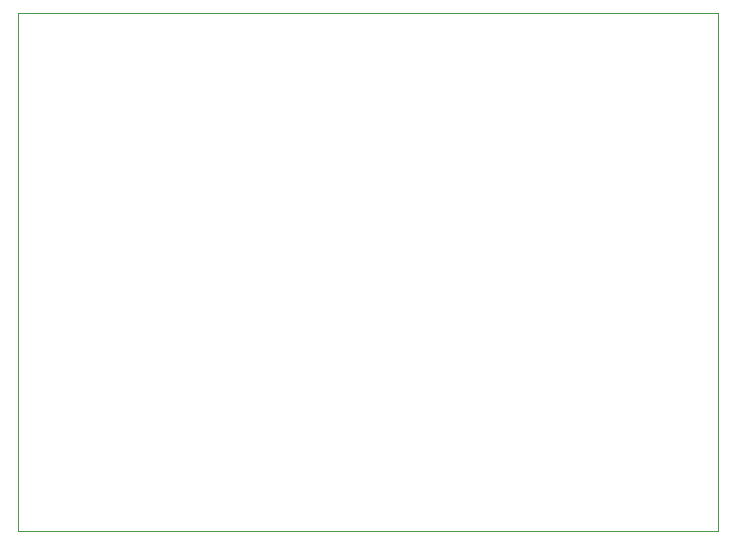
<source format=gbr>
%TF.GenerationSoftware,KiCad,Pcbnew,9.0.2*%
%TF.CreationDate,2025-05-20T12:48:23-07:00*%
%TF.ProjectId,40Hz_S2,3430487a-5f53-4322-9e6b-696361645f70,rev?*%
%TF.SameCoordinates,Original*%
%TF.FileFunction,Profile,NP*%
%FSLAX46Y46*%
G04 Gerber Fmt 4.6, Leading zero omitted, Abs format (unit mm)*
G04 Created by KiCad (PCBNEW 9.0.2) date 2025-05-20 12:48:23*
%MOMM*%
%LPD*%
G01*
G04 APERTURE LIST*
%TA.AperFunction,Profile*%
%ADD10C,0.050000*%
%TD*%
G04 APERTURE END LIST*
D10*
X59500000Y-47689951D02*
X118750000Y-47689951D01*
X118750000Y-91489951D01*
X59500000Y-91489951D01*
X59500000Y-47689951D01*
M02*

</source>
